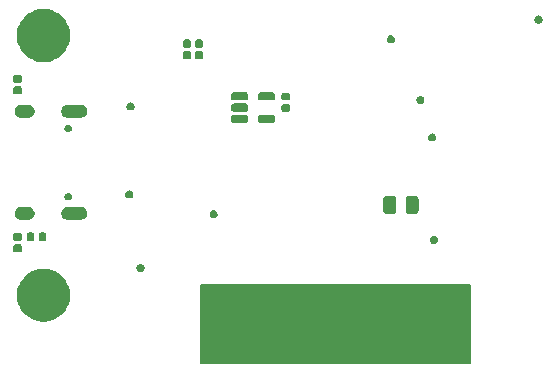
<source format=gbr>
%TF.GenerationSoftware,KiCad,Pcbnew,9.0.7*%
%TF.CreationDate,2026-02-28T14:03:02+01:00*%
%TF.ProjectId,PDNode-PDCard-4242,50444e6f-6465-42d5-9044-436172642d34,rev?*%
%TF.SameCoordinates,Original*%
%TF.FileFunction,Soldermask,Bot*%
%TF.FilePolarity,Negative*%
%FSLAX46Y46*%
G04 Gerber Fmt 4.6, Leading zero omitted, Abs format (unit mm)*
G04 Created by KiCad (PCBNEW 9.0.7) date 2026-02-28 14:03:02*
%MOMM*%
%LPD*%
G01*
G04 APERTURE LIST*
G04 APERTURE END LIST*
G36*
X35739632Y5873559D02*
G01*
X35766668Y5862360D01*
X35787360Y5841668D01*
X35798559Y5814632D01*
X35800000Y5800000D01*
X35800000Y-800000D01*
X35798559Y-814632D01*
X35787360Y-841668D01*
X35766668Y-862360D01*
X35739632Y-873559D01*
X35725000Y-875000D01*
X35722546Y-875000D01*
X12902454Y-875000D01*
X12900000Y-875000D01*
X12885368Y-873559D01*
X12858332Y-862360D01*
X12837640Y-841668D01*
X12826441Y-814632D01*
X12825000Y-800000D01*
X12825000Y5800000D01*
X12826441Y5814632D01*
X12837640Y5841668D01*
X12858332Y5862360D01*
X12885368Y5873559D01*
X12900000Y5875000D01*
X35725000Y5875000D01*
X35739632Y5873559D01*
G37*
G36*
X33953Y7156767D02*
G01*
X318239Y7080593D01*
X590150Y6967964D01*
X845033Y6820807D01*
X1078528Y6641640D01*
X1286640Y6433528D01*
X1465807Y6200033D01*
X1612964Y5945150D01*
X1725593Y5673239D01*
X1801767Y5388953D01*
X1840183Y5097157D01*
X1840183Y4802843D01*
X1801767Y4511047D01*
X1725593Y4226761D01*
X1612964Y3954850D01*
X1465807Y3699967D01*
X1286640Y3466472D01*
X1078528Y3258360D01*
X845033Y3079193D01*
X590150Y2932036D01*
X318239Y2819407D01*
X33953Y2743233D01*
X-257843Y2704817D01*
X-552157Y2704817D01*
X-843953Y2743233D01*
X-1128239Y2819407D01*
X-1400150Y2932036D01*
X-1655033Y3079193D01*
X-1888528Y3258360D01*
X-2096640Y3466472D01*
X-2275807Y3699967D01*
X-2422964Y3954850D01*
X-2535593Y4226761D01*
X-2611767Y4511047D01*
X-2650183Y4802843D01*
X-2650183Y5097157D01*
X-2611767Y5388953D01*
X-2535593Y5673239D01*
X-2422964Y5945150D01*
X-2275807Y6200033D01*
X-2096640Y6433528D01*
X-1888528Y6641640D01*
X-1655033Y6820807D01*
X-1400150Y6967964D01*
X-1128239Y7080593D01*
X-843953Y7156767D01*
X-552157Y7195183D01*
X-257843Y7195183D01*
X33953Y7156767D01*
G37*
G36*
X7933939Y7598358D02*
G01*
X8013067Y7552674D01*
X8077674Y7488067D01*
X8123358Y7408939D01*
X8147006Y7320684D01*
X8147006Y7229316D01*
X8123358Y7141061D01*
X8077674Y7061933D01*
X8013067Y6997326D01*
X7933939Y6951642D01*
X7845684Y6927994D01*
X7754316Y6927994D01*
X7666061Y6951642D01*
X7586933Y6997326D01*
X7522326Y7061933D01*
X7476642Y7141061D01*
X7452994Y7229316D01*
X7452994Y7320684D01*
X7476642Y7408939D01*
X7522326Y7488067D01*
X7586933Y7552674D01*
X7666061Y7598358D01*
X7754316Y7622006D01*
X7845684Y7622006D01*
X7933939Y7598358D01*
G37*
G36*
X-2351920Y9259966D02*
G01*
X-2287846Y9217154D01*
X-2245034Y9153080D01*
X-2230000Y9077500D01*
X-2230000Y8782500D01*
X-2245034Y8706920D01*
X-2287846Y8642846D01*
X-2351920Y8600034D01*
X-2427500Y8585000D01*
X-2772500Y8585000D01*
X-2848080Y8600034D01*
X-2912154Y8642846D01*
X-2954966Y8706920D01*
X-2970000Y8782500D01*
X-2970000Y9077500D01*
X-2954966Y9153080D01*
X-2912154Y9217154D01*
X-2848080Y9259966D01*
X-2772500Y9275000D01*
X-2427500Y9275000D01*
X-2351920Y9259966D01*
G37*
G36*
X32783939Y9973358D02*
G01*
X32863067Y9927674D01*
X32927674Y9863067D01*
X32973358Y9783939D01*
X32997006Y9695684D01*
X32997006Y9604316D01*
X32973358Y9516061D01*
X32927674Y9436933D01*
X32863067Y9372326D01*
X32783939Y9326642D01*
X32695684Y9302994D01*
X32604316Y9302994D01*
X32516061Y9326642D01*
X32436933Y9372326D01*
X32372326Y9436933D01*
X32326642Y9516061D01*
X32302994Y9604316D01*
X32302994Y9695684D01*
X32326642Y9783939D01*
X32372326Y9863067D01*
X32436933Y9927674D01*
X32516061Y9973358D01*
X32604316Y9997006D01*
X32695684Y9997006D01*
X32783939Y9973358D01*
G37*
G36*
X-1304204Y10255918D02*
G01*
X-1244185Y10215815D01*
X-1204082Y10155796D01*
X-1190000Y10085000D01*
X-1190000Y9715000D01*
X-1204082Y9644204D01*
X-1244185Y9584185D01*
X-1304204Y9544082D01*
X-1375000Y9530000D01*
X-1645000Y9530000D01*
X-1715796Y9544082D01*
X-1775815Y9584185D01*
X-1815918Y9644204D01*
X-1830000Y9715000D01*
X-1830000Y10085000D01*
X-1815918Y10155796D01*
X-1775815Y10215815D01*
X-1715796Y10255918D01*
X-1645000Y10270000D01*
X-1375000Y10270000D01*
X-1304204Y10255918D01*
G37*
G36*
X-284204Y10255918D02*
G01*
X-224185Y10215815D01*
X-184082Y10155796D01*
X-170000Y10085000D01*
X-170000Y9715000D01*
X-184082Y9644204D01*
X-224185Y9584185D01*
X-284204Y9544082D01*
X-355000Y9530000D01*
X-625000Y9530000D01*
X-695796Y9544082D01*
X-755815Y9584185D01*
X-795918Y9644204D01*
X-810000Y9715000D01*
X-810000Y10085000D01*
X-795918Y10155796D01*
X-755815Y10215815D01*
X-695796Y10255918D01*
X-625000Y10270000D01*
X-355000Y10270000D01*
X-284204Y10255918D01*
G37*
G36*
X-2351920Y10229966D02*
G01*
X-2287846Y10187154D01*
X-2245034Y10123080D01*
X-2230000Y10047500D01*
X-2230000Y9752500D01*
X-2245034Y9676920D01*
X-2287846Y9612846D01*
X-2351920Y9570034D01*
X-2427500Y9555000D01*
X-2772500Y9555000D01*
X-2848080Y9570034D01*
X-2912154Y9612846D01*
X-2954966Y9676920D01*
X-2970000Y9752500D01*
X-2970000Y10047500D01*
X-2954966Y10123080D01*
X-2912154Y10187154D01*
X-2848080Y10229966D01*
X-2772500Y10245000D01*
X-2427500Y10245000D01*
X-2351920Y10229966D01*
G37*
G36*
X-1628211Y12425295D02*
G01*
X-1489524Y12388134D01*
X-1365181Y12316344D01*
X-1263656Y12214819D01*
X-1191866Y12090476D01*
X-1154705Y11951789D01*
X-1154705Y11808211D01*
X-1191866Y11669524D01*
X-1263656Y11545181D01*
X-1365181Y11443656D01*
X-1489524Y11371866D01*
X-1628211Y11334705D01*
X-1700000Y11330000D01*
X-1701637Y11330000D01*
X-2298363Y11330000D01*
X-2300000Y11330000D01*
X-2371789Y11334705D01*
X-2510476Y11371866D01*
X-2634819Y11443656D01*
X-2736344Y11545181D01*
X-2808134Y11669524D01*
X-2845295Y11808211D01*
X-2845295Y11951789D01*
X-2808134Y12090476D01*
X-2736344Y12214819D01*
X-2634819Y12316344D01*
X-2510476Y12388134D01*
X-2371789Y12425295D01*
X-2300000Y12430000D01*
X-1700000Y12430000D01*
X-1628211Y12425295D01*
G37*
G36*
X2801789Y12425295D02*
G01*
X2940476Y12388134D01*
X3064819Y12316344D01*
X3166344Y12214819D01*
X3238134Y12090476D01*
X3275295Y11951789D01*
X3275295Y11808211D01*
X3238134Y11669524D01*
X3166344Y11545181D01*
X3064819Y11443656D01*
X2940476Y11371866D01*
X2801789Y11334705D01*
X2730000Y11330000D01*
X2728363Y11330000D01*
X1631637Y11330000D01*
X1630000Y11330000D01*
X1558211Y11334705D01*
X1419524Y11371866D01*
X1295181Y11443656D01*
X1193656Y11545181D01*
X1121866Y11669524D01*
X1084705Y11808211D01*
X1084705Y11951789D01*
X1121866Y12090476D01*
X1193656Y12214819D01*
X1295181Y12316344D01*
X1419524Y12388134D01*
X1558211Y12425295D01*
X1630000Y12430000D01*
X2730000Y12430000D01*
X2801789Y12425295D01*
G37*
G36*
X14133939Y12148358D02*
G01*
X14213067Y12102674D01*
X14277674Y12038067D01*
X14323358Y11958939D01*
X14347006Y11870684D01*
X14347006Y11779316D01*
X14323358Y11691061D01*
X14277674Y11611933D01*
X14213067Y11547326D01*
X14133939Y11501642D01*
X14045684Y11477994D01*
X13954316Y11477994D01*
X13866061Y11501642D01*
X13786933Y11547326D01*
X13722326Y11611933D01*
X13676642Y11691061D01*
X13652994Y11779316D01*
X13652994Y11870684D01*
X13676642Y11958939D01*
X13722326Y12038067D01*
X13786933Y12102674D01*
X13866061Y12148358D01*
X13954316Y12172006D01*
X14045684Y12172006D01*
X14133939Y12148358D01*
G37*
G36*
X29218685Y13367031D02*
G01*
X29227358Y13363202D01*
X29234925Y13362099D01*
X29282223Y13338977D01*
X29319541Y13322499D01*
X29322996Y13319044D01*
X29323920Y13318592D01*
X29393591Y13248921D01*
X29394042Y13247998D01*
X29397499Y13244541D01*
X29413978Y13207218D01*
X29437098Y13159927D01*
X29438200Y13152361D01*
X29442031Y13143685D01*
X29450000Y13075000D01*
X29450000Y12125000D01*
X29442031Y12056315D01*
X29438199Y12047639D01*
X29437098Y12040075D01*
X29413985Y11992798D01*
X29397499Y11955459D01*
X29394041Y11952002D01*
X29393591Y11951080D01*
X29323920Y11881409D01*
X29322998Y11880959D01*
X29319541Y11877501D01*
X29282207Y11861017D01*
X29234926Y11837902D01*
X29227361Y11836800D01*
X29218685Y11832969D01*
X29150000Y11825000D01*
X28650000Y11825000D01*
X28581315Y11832969D01*
X28572638Y11836800D01*
X28565074Y11837902D01*
X28517787Y11861019D01*
X28480459Y11877501D01*
X28477002Y11880958D01*
X28476079Y11881409D01*
X28406408Y11951080D01*
X28405956Y11952004D01*
X28402501Y11955459D01*
X28386025Y11992772D01*
X28362901Y12040074D01*
X28361798Y12047643D01*
X28357969Y12056315D01*
X28350000Y12125000D01*
X28350000Y13075000D01*
X28357969Y13143685D01*
X28361798Y13152358D01*
X28362901Y13159926D01*
X28386028Y13207234D01*
X28402501Y13244541D01*
X28405955Y13247996D01*
X28406408Y13248921D01*
X28476079Y13318592D01*
X28477004Y13319045D01*
X28480459Y13322499D01*
X28517761Y13338970D01*
X28565073Y13362099D01*
X28572642Y13363202D01*
X28581315Y13367031D01*
X28650000Y13375000D01*
X29150000Y13375000D01*
X29218685Y13367031D01*
G37*
G36*
X31118685Y13367031D02*
G01*
X31127358Y13363202D01*
X31134925Y13362099D01*
X31182223Y13338977D01*
X31219541Y13322499D01*
X31222996Y13319044D01*
X31223920Y13318592D01*
X31293591Y13248921D01*
X31294042Y13247998D01*
X31297499Y13244541D01*
X31313978Y13207218D01*
X31337098Y13159927D01*
X31338200Y13152361D01*
X31342031Y13143685D01*
X31350000Y13075000D01*
X31350000Y12125000D01*
X31342031Y12056315D01*
X31338199Y12047639D01*
X31337098Y12040075D01*
X31313985Y11992798D01*
X31297499Y11955459D01*
X31294041Y11952002D01*
X31293591Y11951080D01*
X31223920Y11881409D01*
X31222998Y11880959D01*
X31219541Y11877501D01*
X31182207Y11861017D01*
X31134926Y11837902D01*
X31127361Y11836800D01*
X31118685Y11832969D01*
X31050000Y11825000D01*
X30550000Y11825000D01*
X30481315Y11832969D01*
X30472638Y11836800D01*
X30465074Y11837902D01*
X30417787Y11861019D01*
X30380459Y11877501D01*
X30377002Y11880958D01*
X30376079Y11881409D01*
X30306408Y11951080D01*
X30305956Y11952004D01*
X30302501Y11955459D01*
X30286025Y11992772D01*
X30262901Y12040074D01*
X30261798Y12047643D01*
X30257969Y12056315D01*
X30250000Y12125000D01*
X30250000Y13075000D01*
X30257969Y13143685D01*
X30261798Y13152358D01*
X30262901Y13159926D01*
X30286028Y13207234D01*
X30302501Y13244541D01*
X30305955Y13247996D01*
X30306408Y13248921D01*
X30376079Y13318592D01*
X30377004Y13319045D01*
X30380459Y13322499D01*
X30417761Y13338970D01*
X30465073Y13362099D01*
X30472642Y13363202D01*
X30481315Y13367031D01*
X30550000Y13375000D01*
X31050000Y13375000D01*
X31118685Y13367031D01*
G37*
G36*
X1804372Y13610261D02*
G01*
X1877847Y13567840D01*
X1937840Y13507847D01*
X1980261Y13434372D01*
X2002220Y13352421D01*
X2002220Y13267579D01*
X1980261Y13185628D01*
X1937840Y13112153D01*
X1877847Y13052160D01*
X1804372Y13009739D01*
X1722421Y12987780D01*
X1637579Y12987780D01*
X1555628Y13009739D01*
X1482153Y13052160D01*
X1422160Y13112153D01*
X1379739Y13185628D01*
X1357780Y13267579D01*
X1357780Y13352421D01*
X1379739Y13434372D01*
X1422160Y13507847D01*
X1482153Y13567840D01*
X1555628Y13610261D01*
X1637579Y13632220D01*
X1722421Y13632220D01*
X1804372Y13610261D01*
G37*
G36*
X6983939Y13823358D02*
G01*
X7063067Y13777674D01*
X7127674Y13713067D01*
X7173358Y13633939D01*
X7197006Y13545684D01*
X7197006Y13454316D01*
X7173358Y13366061D01*
X7127674Y13286933D01*
X7063067Y13222326D01*
X6983939Y13176642D01*
X6895684Y13152994D01*
X6804316Y13152994D01*
X6716061Y13176642D01*
X6636933Y13222326D01*
X6572326Y13286933D01*
X6526642Y13366061D01*
X6502994Y13454316D01*
X6502994Y13545684D01*
X6526642Y13633939D01*
X6572326Y13713067D01*
X6636933Y13777674D01*
X6716061Y13823358D01*
X6804316Y13847006D01*
X6895684Y13847006D01*
X6983939Y13823358D01*
G37*
G36*
X32633939Y18648358D02*
G01*
X32713067Y18602674D01*
X32777674Y18538067D01*
X32823358Y18458939D01*
X32847006Y18370684D01*
X32847006Y18279316D01*
X32823358Y18191061D01*
X32777674Y18111933D01*
X32713067Y18047326D01*
X32633939Y18001642D01*
X32545684Y17977994D01*
X32454316Y17977994D01*
X32366061Y18001642D01*
X32286933Y18047326D01*
X32222326Y18111933D01*
X32176642Y18191061D01*
X32152994Y18279316D01*
X32152994Y18370684D01*
X32176642Y18458939D01*
X32222326Y18538067D01*
X32286933Y18602674D01*
X32366061Y18648358D01*
X32454316Y18672006D01*
X32545684Y18672006D01*
X32633939Y18648358D01*
G37*
G36*
X1804372Y19390261D02*
G01*
X1877847Y19347840D01*
X1937840Y19287847D01*
X1980261Y19214372D01*
X2002220Y19132421D01*
X2002220Y19047579D01*
X1980261Y18965628D01*
X1937840Y18892153D01*
X1877847Y18832160D01*
X1804372Y18789739D01*
X1722421Y18767780D01*
X1637579Y18767780D01*
X1555628Y18789739D01*
X1482153Y18832160D01*
X1422160Y18892153D01*
X1379739Y18965628D01*
X1357780Y19047579D01*
X1357780Y19132421D01*
X1379739Y19214372D01*
X1422160Y19287847D01*
X1482153Y19347840D01*
X1555628Y19390261D01*
X1637579Y19412220D01*
X1722421Y19412220D01*
X1804372Y19390261D01*
G37*
G36*
X16789037Y20234776D02*
G01*
X16853921Y20191421D01*
X16897276Y20126537D01*
X16912500Y20050000D01*
X16912500Y19750000D01*
X16897276Y19673463D01*
X16853921Y19608579D01*
X16789037Y19565224D01*
X16712500Y19550000D01*
X15687500Y19550000D01*
X15610963Y19565224D01*
X15546079Y19608579D01*
X15502724Y19673463D01*
X15487500Y19750000D01*
X15487500Y20050000D01*
X15502724Y20126537D01*
X15546079Y20191421D01*
X15610963Y20234776D01*
X15687500Y20250000D01*
X16712500Y20250000D01*
X16789037Y20234776D01*
G37*
G36*
X19064037Y20234776D02*
G01*
X19128921Y20191421D01*
X19172276Y20126537D01*
X19187500Y20050000D01*
X19187500Y19750000D01*
X19172276Y19673463D01*
X19128921Y19608579D01*
X19064037Y19565224D01*
X18987500Y19550000D01*
X17962500Y19550000D01*
X17885963Y19565224D01*
X17821079Y19608579D01*
X17777724Y19673463D01*
X17762500Y19750000D01*
X17762500Y20050000D01*
X17777724Y20126537D01*
X17821079Y20191421D01*
X17885963Y20234776D01*
X17962500Y20250000D01*
X18987500Y20250000D01*
X19064037Y20234776D01*
G37*
G36*
X-1628211Y21065295D02*
G01*
X-1489524Y21028134D01*
X-1365181Y20956344D01*
X-1263656Y20854819D01*
X-1191866Y20730476D01*
X-1154705Y20591789D01*
X-1154705Y20448211D01*
X-1191866Y20309524D01*
X-1263656Y20185181D01*
X-1365181Y20083656D01*
X-1489524Y20011866D01*
X-1628211Y19974705D01*
X-1700000Y19970000D01*
X-1701637Y19970000D01*
X-2298363Y19970000D01*
X-2300000Y19970000D01*
X-2371789Y19974705D01*
X-2510476Y20011866D01*
X-2634819Y20083656D01*
X-2736344Y20185181D01*
X-2808134Y20309524D01*
X-2845295Y20448211D01*
X-2845295Y20591789D01*
X-2808134Y20730476D01*
X-2736344Y20854819D01*
X-2634819Y20956344D01*
X-2510476Y21028134D01*
X-2371789Y21065295D01*
X-2300000Y21070000D01*
X-1700000Y21070000D01*
X-1628211Y21065295D01*
G37*
G36*
X2801789Y21065295D02*
G01*
X2940476Y21028134D01*
X3064819Y20956344D01*
X3166344Y20854819D01*
X3238134Y20730476D01*
X3275295Y20591789D01*
X3275295Y20448211D01*
X3238134Y20309524D01*
X3166344Y20185181D01*
X3064819Y20083656D01*
X2940476Y20011866D01*
X2801789Y19974705D01*
X2730000Y19970000D01*
X2728363Y19970000D01*
X1631637Y19970000D01*
X1630000Y19970000D01*
X1558211Y19974705D01*
X1419524Y20011866D01*
X1295181Y20083656D01*
X1193656Y20185181D01*
X1121866Y20309524D01*
X1084705Y20448211D01*
X1084705Y20591789D01*
X1121866Y20730476D01*
X1193656Y20854819D01*
X1295181Y20956344D01*
X1419524Y21028134D01*
X1558211Y21065295D01*
X1630000Y21070000D01*
X2730000Y21070000D01*
X2801789Y21065295D01*
G37*
G36*
X20342710Y21135537D02*
G01*
X20404350Y21094350D01*
X20445537Y21032710D01*
X20460000Y20960000D01*
X20460000Y20680000D01*
X20445537Y20607290D01*
X20404350Y20545650D01*
X20342710Y20504463D01*
X20270000Y20490000D01*
X19930000Y20490000D01*
X19857290Y20504463D01*
X19795650Y20545650D01*
X19754463Y20607290D01*
X19740000Y20680000D01*
X19740000Y20960000D01*
X19754463Y21032710D01*
X19795650Y21094350D01*
X19857290Y21135537D01*
X19930000Y21150000D01*
X20270000Y21150000D01*
X20342710Y21135537D01*
G37*
G36*
X16789037Y21184776D02*
G01*
X16853921Y21141421D01*
X16897276Y21076537D01*
X16912500Y21000000D01*
X16912500Y20700000D01*
X16897276Y20623463D01*
X16853921Y20558579D01*
X16789037Y20515224D01*
X16712500Y20500000D01*
X15687500Y20500000D01*
X15610963Y20515224D01*
X15546079Y20558579D01*
X15502724Y20623463D01*
X15487500Y20700000D01*
X15487500Y21000000D01*
X15502724Y21076537D01*
X15546079Y21141421D01*
X15610963Y21184776D01*
X15687500Y21200000D01*
X16712500Y21200000D01*
X16789037Y21184776D01*
G37*
G36*
X7083939Y21273358D02*
G01*
X7163067Y21227674D01*
X7227674Y21163067D01*
X7273358Y21083939D01*
X7297006Y20995684D01*
X7297006Y20904316D01*
X7273358Y20816061D01*
X7227674Y20736933D01*
X7163067Y20672326D01*
X7083939Y20626642D01*
X6995684Y20602994D01*
X6904316Y20602994D01*
X6816061Y20626642D01*
X6736933Y20672326D01*
X6672326Y20736933D01*
X6626642Y20816061D01*
X6602994Y20904316D01*
X6602994Y20995684D01*
X6626642Y21083939D01*
X6672326Y21163067D01*
X6736933Y21227674D01*
X6816061Y21273358D01*
X6904316Y21297006D01*
X6995684Y21297006D01*
X7083939Y21273358D01*
G37*
G36*
X31633939Y21823358D02*
G01*
X31713067Y21777674D01*
X31777674Y21713067D01*
X31823358Y21633939D01*
X31847006Y21545684D01*
X31847006Y21454316D01*
X31823358Y21366061D01*
X31777674Y21286933D01*
X31713067Y21222326D01*
X31633939Y21176642D01*
X31545684Y21152994D01*
X31454316Y21152994D01*
X31366061Y21176642D01*
X31286933Y21222326D01*
X31222326Y21286933D01*
X31176642Y21366061D01*
X31152994Y21454316D01*
X31152994Y21545684D01*
X31176642Y21633939D01*
X31222326Y21713067D01*
X31286933Y21777674D01*
X31366061Y21823358D01*
X31454316Y21847006D01*
X31545684Y21847006D01*
X31633939Y21823358D01*
G37*
G36*
X16789037Y22134776D02*
G01*
X16853921Y22091421D01*
X16897276Y22026537D01*
X16912500Y21950000D01*
X16912500Y21650000D01*
X16897276Y21573463D01*
X16853921Y21508579D01*
X16789037Y21465224D01*
X16712500Y21450000D01*
X15687500Y21450000D01*
X15610963Y21465224D01*
X15546079Y21508579D01*
X15502724Y21573463D01*
X15487500Y21650000D01*
X15487500Y21950000D01*
X15502724Y22026537D01*
X15546079Y22091421D01*
X15610963Y22134776D01*
X15687500Y22150000D01*
X16712500Y22150000D01*
X16789037Y22134776D01*
G37*
G36*
X19064037Y22134776D02*
G01*
X19128921Y22091421D01*
X19172276Y22026537D01*
X19187500Y21950000D01*
X19187500Y21650000D01*
X19172276Y21573463D01*
X19128921Y21508579D01*
X19064037Y21465224D01*
X18987500Y21450000D01*
X17962500Y21450000D01*
X17885963Y21465224D01*
X17821079Y21508579D01*
X17777724Y21573463D01*
X17762500Y21650000D01*
X17762500Y21950000D01*
X17777724Y22026537D01*
X17821079Y22091421D01*
X17885963Y22134776D01*
X17962500Y22150000D01*
X18987500Y22150000D01*
X19064037Y22134776D01*
G37*
G36*
X20342710Y22095537D02*
G01*
X20404350Y22054350D01*
X20445537Y21992710D01*
X20460000Y21920000D01*
X20460000Y21640000D01*
X20445537Y21567290D01*
X20404350Y21505650D01*
X20342710Y21464463D01*
X20270000Y21450000D01*
X19930000Y21450000D01*
X19857290Y21464463D01*
X19795650Y21505650D01*
X19754463Y21567290D01*
X19740000Y21640000D01*
X19740000Y21920000D01*
X19754463Y21992710D01*
X19795650Y22054350D01*
X19857290Y22095537D01*
X19930000Y22110000D01*
X20270000Y22110000D01*
X20342710Y22095537D01*
G37*
G36*
X-2351920Y22644966D02*
G01*
X-2287846Y22602154D01*
X-2245034Y22538080D01*
X-2230000Y22462500D01*
X-2230000Y22167500D01*
X-2245034Y22091920D01*
X-2287846Y22027846D01*
X-2351920Y21985034D01*
X-2427500Y21970000D01*
X-2772500Y21970000D01*
X-2848080Y21985034D01*
X-2912154Y22027846D01*
X-2954966Y22091920D01*
X-2970000Y22167500D01*
X-2970000Y22462500D01*
X-2954966Y22538080D01*
X-2912154Y22602154D01*
X-2848080Y22644966D01*
X-2772500Y22660000D01*
X-2427500Y22660000D01*
X-2351920Y22644966D01*
G37*
G36*
X-2351920Y23614966D02*
G01*
X-2287846Y23572154D01*
X-2245034Y23508080D01*
X-2230000Y23432500D01*
X-2230000Y23137500D01*
X-2245034Y23061920D01*
X-2287846Y22997846D01*
X-2351920Y22955034D01*
X-2427500Y22940000D01*
X-2772500Y22940000D01*
X-2848080Y22955034D01*
X-2912154Y22997846D01*
X-2954966Y23061920D01*
X-2970000Y23137500D01*
X-2970000Y23432500D01*
X-2954966Y23508080D01*
X-2912154Y23572154D01*
X-2848080Y23614966D01*
X-2772500Y23630000D01*
X-2427500Y23630000D01*
X-2351920Y23614966D01*
G37*
G36*
X33953Y29156767D02*
G01*
X318239Y29080593D01*
X590150Y28967964D01*
X845033Y28820807D01*
X1078528Y28641640D01*
X1286640Y28433528D01*
X1465807Y28200033D01*
X1612964Y27945150D01*
X1725593Y27673239D01*
X1801767Y27388953D01*
X1840183Y27097157D01*
X1840183Y26802843D01*
X1801767Y26511047D01*
X1725593Y26226761D01*
X1612964Y25954850D01*
X1465807Y25699967D01*
X1286640Y25466472D01*
X1078528Y25258360D01*
X845033Y25079193D01*
X590150Y24932036D01*
X318239Y24819407D01*
X33953Y24743233D01*
X-257843Y24704817D01*
X-552157Y24704817D01*
X-843953Y24743233D01*
X-1128239Y24819407D01*
X-1400150Y24932036D01*
X-1655033Y25079193D01*
X-1888528Y25258360D01*
X-2096640Y25466472D01*
X-2275807Y25699967D01*
X-2422964Y25954850D01*
X-2535593Y26226761D01*
X-2611767Y26511047D01*
X-2650183Y26802843D01*
X-2650183Y27097157D01*
X-2611767Y27388953D01*
X-2535593Y27673239D01*
X-2422964Y27945150D01*
X-2275807Y28200033D01*
X-2096640Y28433528D01*
X-1888528Y28641640D01*
X-1655033Y28820807D01*
X-1400150Y28967964D01*
X-1128239Y29080593D01*
X-843953Y29156767D01*
X-552157Y29195183D01*
X-257843Y29195183D01*
X33953Y29156767D01*
G37*
G36*
X11945796Y25655918D02*
G01*
X12005815Y25615815D01*
X12045918Y25555796D01*
X12060000Y25485000D01*
X12060000Y25115000D01*
X12045918Y25044204D01*
X12005815Y24984185D01*
X11945796Y24944082D01*
X11875000Y24930000D01*
X11605000Y24930000D01*
X11534204Y24944082D01*
X11474185Y24984185D01*
X11434082Y25044204D01*
X11420000Y25115000D01*
X11420000Y25485000D01*
X11434082Y25555796D01*
X11474185Y25615815D01*
X11534204Y25655918D01*
X11605000Y25670000D01*
X11875000Y25670000D01*
X11945796Y25655918D01*
G37*
G36*
X12965796Y25655918D02*
G01*
X13025815Y25615815D01*
X13065918Y25555796D01*
X13080000Y25485000D01*
X13080000Y25115000D01*
X13065918Y25044204D01*
X13025815Y24984185D01*
X12965796Y24944082D01*
X12895000Y24930000D01*
X12625000Y24930000D01*
X12554204Y24944082D01*
X12494185Y24984185D01*
X12454082Y25044204D01*
X12440000Y25115000D01*
X12440000Y25485000D01*
X12454082Y25555796D01*
X12494185Y25615815D01*
X12554204Y25655918D01*
X12625000Y25670000D01*
X12895000Y25670000D01*
X12965796Y25655918D01*
G37*
G36*
X11945796Y26605918D02*
G01*
X12005815Y26565815D01*
X12045918Y26505796D01*
X12060000Y26435000D01*
X12060000Y26065000D01*
X12045918Y25994204D01*
X12005815Y25934185D01*
X11945796Y25894082D01*
X11875000Y25880000D01*
X11605000Y25880000D01*
X11534204Y25894082D01*
X11474185Y25934185D01*
X11434082Y25994204D01*
X11420000Y26065000D01*
X11420000Y26435000D01*
X11434082Y26505796D01*
X11474185Y26565815D01*
X11534204Y26605918D01*
X11605000Y26620000D01*
X11875000Y26620000D01*
X11945796Y26605918D01*
G37*
G36*
X12965796Y26605918D02*
G01*
X13025815Y26565815D01*
X13065918Y26505796D01*
X13080000Y26435000D01*
X13080000Y26065000D01*
X13065918Y25994204D01*
X13025815Y25934185D01*
X12965796Y25894082D01*
X12895000Y25880000D01*
X12625000Y25880000D01*
X12554204Y25894082D01*
X12494185Y25934185D01*
X12454082Y25994204D01*
X12440000Y26065000D01*
X12440000Y26435000D01*
X12454082Y26505796D01*
X12494185Y26565815D01*
X12554204Y26605918D01*
X12625000Y26620000D01*
X12895000Y26620000D01*
X12965796Y26605918D01*
G37*
G36*
X29133939Y26948358D02*
G01*
X29213067Y26902674D01*
X29277674Y26838067D01*
X29323358Y26758939D01*
X29347006Y26670684D01*
X29347006Y26579316D01*
X29323358Y26491061D01*
X29277674Y26411933D01*
X29213067Y26347326D01*
X29133939Y26301642D01*
X29045684Y26277994D01*
X28954316Y26277994D01*
X28866061Y26301642D01*
X28786933Y26347326D01*
X28722326Y26411933D01*
X28676642Y26491061D01*
X28652994Y26579316D01*
X28652994Y26670684D01*
X28676642Y26758939D01*
X28722326Y26838067D01*
X28786933Y26902674D01*
X28866061Y26948358D01*
X28954316Y26972006D01*
X29045684Y26972006D01*
X29133939Y26948358D01*
G37*
G36*
X41633939Y28623358D02*
G01*
X41713067Y28577674D01*
X41777674Y28513067D01*
X41823358Y28433939D01*
X41847006Y28345684D01*
X41847006Y28254316D01*
X41823358Y28166061D01*
X41777674Y28086933D01*
X41713067Y28022326D01*
X41633939Y27976642D01*
X41545684Y27952994D01*
X41454316Y27952994D01*
X41366061Y27976642D01*
X41286933Y28022326D01*
X41222326Y28086933D01*
X41176642Y28166061D01*
X41152994Y28254316D01*
X41152994Y28345684D01*
X41176642Y28433939D01*
X41222326Y28513067D01*
X41286933Y28577674D01*
X41366061Y28623358D01*
X41454316Y28647006D01*
X41545684Y28647006D01*
X41633939Y28623358D01*
G37*
M02*

</source>
